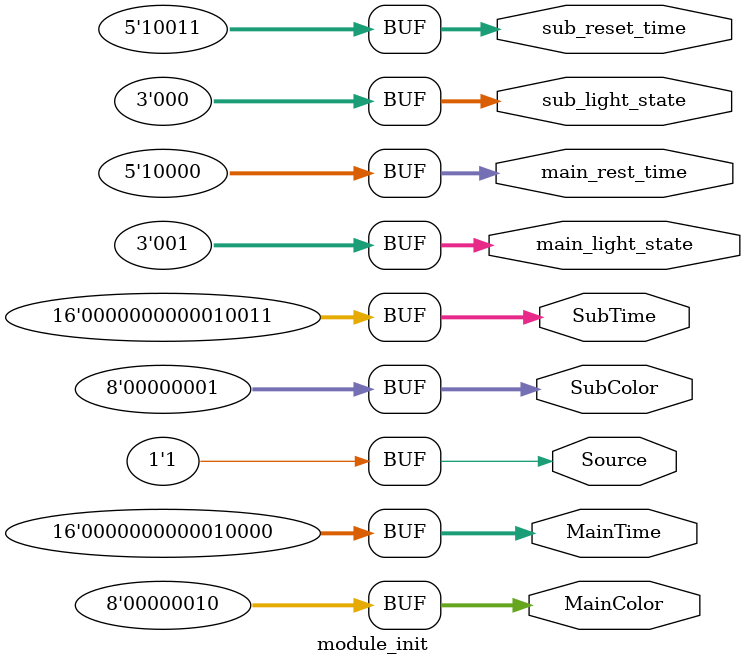
<source format=v>
module module_init(
    output reg Source,   
    output reg [15 : 0]MainTime, SubTime, 
    output reg [ 7 : 0]MainColor, SubColor,
    output reg [ 2 : 0]main_light_state, sub_light_state,
    output reg [ 4 : 0]main_rest_time, sub_reset_time
);
    parameter REDT = 19, GREENT = 16, YELLOWT = 3, ONLINET = 0;
    parameter REDL =  1, GREENL =  2, YELLOWL = 3, ONLINEL = 4;
    parameter REDS =  0, GREENS =  1, YELLOWS = 2, ONLINES = 3, PAUSES = 4;
    parameter CLOCK_HZ = 5;
    
    initial begin
      Source <= 1; // 开关灯打开

      MainTime <= GREENT; // 设置数码管
      SubTime <= REDT;
      MainColor <= GREENL;
      SubColor <= REDL;

      main_light_state <= GREENS; // 设置灯状态
      sub_light_state <= REDS;
      
      main_rest_time <= GREENT; // 设置剩余时间
      sub_reset_time <= REDT;
    end
endmodule // module_init
</source>
